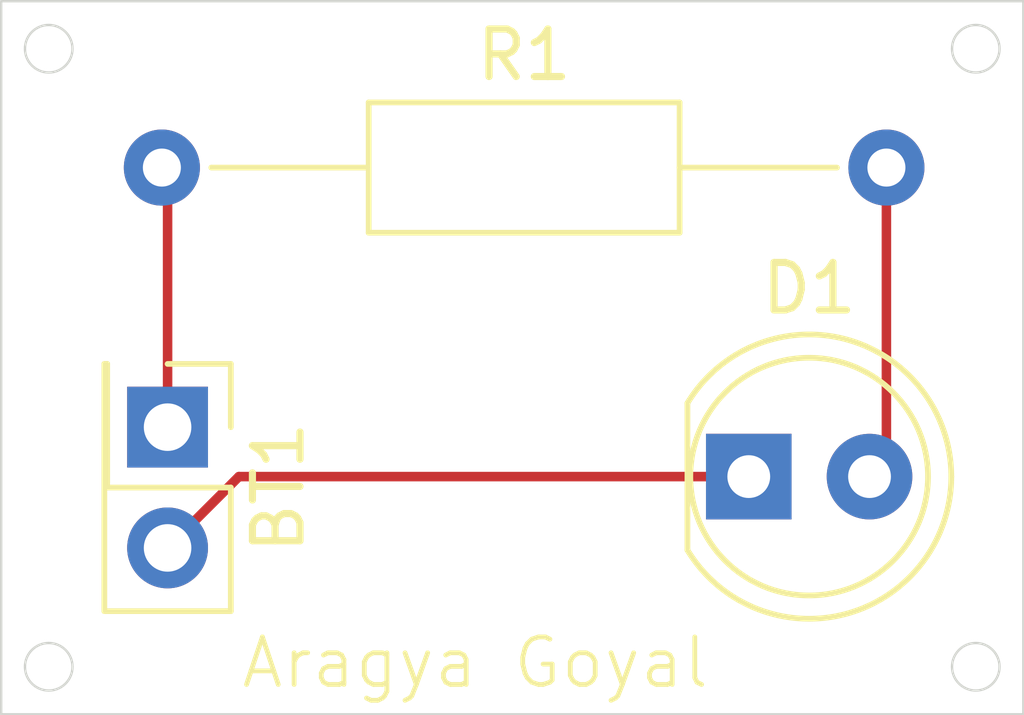
<source format=kicad_pcb>
(kicad_pcb (version 20240108) (generator "pcbnew") (generator_version "8.0")
  (layers (0 "F.Cu" signal) (31 "B.Cu" signal) (34 "B.Paste" user) (35 "F.Paste" user) (36 "B.SilkS" user "B.Silkscreen") (37 "F.SilkS" user "F.Silkscreen") (38 "B.Mask" user) (39 "F.Mask" user) (44 "Edge.Cuts" user))
  (net 0 "")
  (net 1 "Net-(BT1--)")
  (net 2 "Net-(BT1-+)")
  (net 3 "Net-(D1-A)")
  (footprint "Resistor_THT:R_Axial_DIN0207_L6.3mm_D2.5mm_P15.24mm_Horizontal" (layer "F.Cu") (at 121.38 72)
    (property "Reference" "R1" (at 7.62 -2.37 0) (layer "F.SilkS"))
    (property "Value" "450")
    (fp_line (start 1.04 0) (end 4.35 0) (stroke (width 0.12)) (layer "F.SilkS"))
    (fp_line (start 4.35 -1.37) (end 4.35 1.37) (stroke (width 0.12)) (layer "F.SilkS"))
    (fp_line (start 4.35 1.37) (end 10.89 1.37) (stroke (width 0.12)) (layer "F.SilkS"))
    (fp_line (start 10.89 -1.37) (end 4.35 -1.37) (stroke (width 0.12)) (layer "F.SilkS"))
    (fp_line (start 10.89 1.37) (end 10.89 -1.37) (stroke (width 0.12)) (layer "F.SilkS"))
    (fp_line (start 14.2 0) (end 10.89 0) (stroke (width 0.12)) (layer "F.SilkS"))
    (pad "1" thru_hole circle (at 0 0) (size 1.6 1.6) (drill 0.8) (layers "*.Cu" "*.Mask") (net 2 "Net-(BT1-+)"))
    (pad "2" thru_hole oval (at 15.24 0) (size 1.6 1.6) (drill 0.8) (layers "*.Cu" "*.Mask") (net 3 "Net-(D1-A)"))
  )
  (footprint "Connector_PinHeader_2.54mm:PinHeader_2x01_P2.54mm_Vertical" (layer "F.Cu") (at 121.5 77.46 -90)
    (property "Reference" "BT1" (at 1.27 -2.33 90) (layer "F.SilkS"))
    (property "Value" "9V")
    (fp_line (start -1.33 1.33) (end 3.87 1.33) (stroke (width 0.12)) (layer "F.SilkS"))
    (fp_line (start -1.33 1.27) (end -1.33 1.33) (stroke (width 0.12)) (layer "F.SilkS"))
    (fp_line (start -1.33 1.27) (end 1.27 1.27) (stroke (width 0.12)) (layer "F.SilkS"))
    (fp_line (start 1.27 1.27) (end 1.27 -1.33) (stroke (width 0.12)) (layer "F.SilkS"))
    (fp_line (start -1.33 0) (end -1.33 -1.33) (stroke (width 0.12)) (layer "F.SilkS"))
    (fp_line (start -1.33 -1.33) (end 0 -1.33) (stroke (width 0.12)) (layer "F.SilkS"))
    (fp_line (start 1.27 -1.33) (end 3.87 -1.33) (stroke (width 0.12)) (layer "F.SilkS"))
    (fp_line (start 3.87 -1.33) (end 3.87 1.33) (stroke (width 0.12)) (layer "F.SilkS"))
    (pad "1" thru_hole rect (at 0 0 270) (size 1.7 1.7) (drill 1) (layers "*.Cu" "*.Mask") (net 2 "Net-(BT1-+)"))
    (pad "2" thru_hole oval (at 2.54 0 270) (size 1.7 1.7) (drill 1) (layers "*.Cu" "*.Mask") (net 1 "Net-(BT1--)"))
  )
  (footprint "LED_THT:LED_D5.0mm" (layer "F.Cu") (at 133.725 78.5)
    (property "Reference" "D1" (at 1.27 -3.96 0) (layer "F.SilkS"))
    (property "Value" "LED")
    (fp_line (start -1.29 -1.545) (end -1.29 1.545) (stroke (width 0.12)) (layer "F.SilkS"))
    (fp_arc (start -1.29 -1.54483) (mid 2.071756 -2.880501) (end 4.26 -0.000048) (stroke (width 0.12)) (layer "F.SilkS"))
    (fp_arc (start 4.26 0.000048) (mid 2.071756 2.880501) (end -1.29 1.54483) (stroke (width 0.12)) (layer "F.SilkS"))
    (fp_circle (center 1.27 0) (end 3.77 0) (stroke (width 0.12)) (fill none) (layer "F.SilkS"))
    (pad "1" thru_hole rect (at 0 0) (size 1.8 1.8) (drill 0.9) (layers "*.Cu" "*.Mask") (net 1 "Net-(BT1--)"))
    (pad "2" thru_hole circle (at 2.54 0) (size 1.8 1.8) (drill 0.9) (layers "*.Cu" "*.Mask") (net 3 "Net-(D1-A)"))
  )
  (gr_circle (center 119 82.5) (end 118.5 82.5) (stroke (width 0.05)) (fill none) (layer "Edge.Cuts"))
  (gr_circle (center 138.5 69.5) (end 139 69.5) (stroke (width 0.05)) (fill none) (layer "Edge.Cuts"))
  (gr_circle (center 119 69.5) (end 118.5 69.5) (stroke (width 0.05)) (fill none) (layer "Edge.Cuts"))
  (gr_poly (pts (xy 139.5 68.5) (xy 139.5 83.5) (xy 118 83.5) (xy 118 68.5)) (stroke (width 0.05)) (fill none) (layer "Edge.Cuts"))
  (gr_circle (center 138.5 82.5) (end 139 82.5) (stroke (width 0.05)) (fill none) (layer "Edge.Cuts"))
  (gr_text "Aragya Goyal" (at 123 83 0) (layer "F.SilkS") (effects (font (size 1 1) (thickness 0.1)) (justify left bottom)))
  (segment (start 123 78.5) (end 121.5 80) (width 0.2) (layer "F.Cu") (net 1))
  (segment (start 133.725 78.5) (end 123 78.5) (width 0.2) (layer "F.Cu") (net 1))
  (segment (start 121.5 72.12) (end 121.38 72) (width 0.2) (layer "F.Cu") (net 2))
  (segment (start 121.5 77.46) (end 121.5 72.12) (width 0.2) (layer "F.Cu") (net 2))
  (segment (start 136.62 72) (end 136.62 78.145) (width 0.2) (layer "F.Cu") (net 3))
  (segment (start 136.62 78.145) (end 136.265 78.5) (width 0.2) (layer "F.Cu") (net 3))
)
</source>
